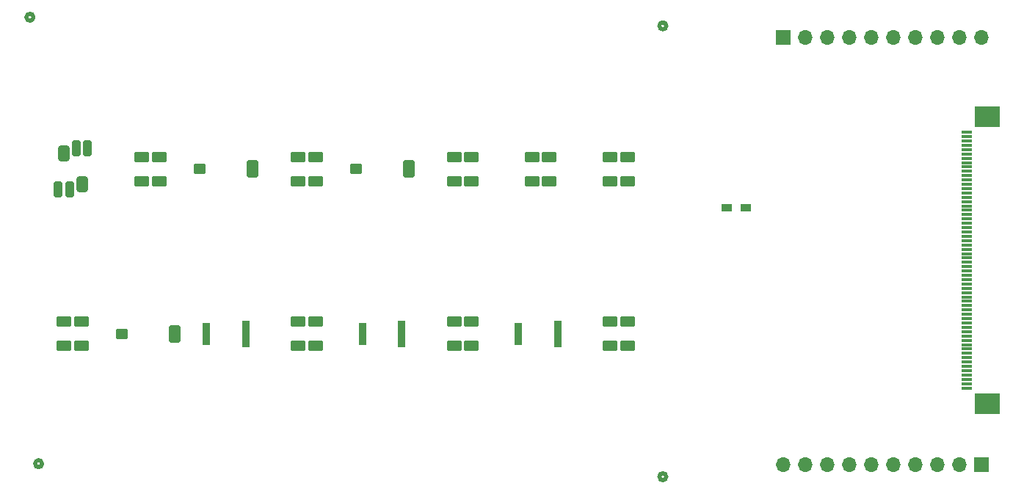
<source format=gts>
G04 #@! TF.GenerationSoftware,KiCad,Pcbnew,(6.0.1-0)*
G04 #@! TF.CreationDate,2022-03-09T19:17:37+09:00*
G04 #@! TF.ProjectId,photo-single,70686f74-6f2d-4736-996e-676c652e6b69,rev?*
G04 #@! TF.SameCoordinates,Original*
G04 #@! TF.FileFunction,Soldermask,Top*
G04 #@! TF.FilePolarity,Negative*
%FSLAX46Y46*%
G04 Gerber Fmt 4.6, Leading zero omitted, Abs format (unit mm)*
G04 Created by KiCad (PCBNEW (6.0.1-0)) date 2022-03-09 19:17:37*
%MOMM*%
%LPD*%
G01*
G04 APERTURE LIST*
G04 Aperture macros list*
%AMRoundRect*
0 Rectangle with rounded corners*
0 $1 Rounding radius*
0 $2 $3 $4 $5 $6 $7 $8 $9 X,Y pos of 4 corners*
0 Add a 4 corners polygon primitive as box body*
4,1,4,$2,$3,$4,$5,$6,$7,$8,$9,$2,$3,0*
0 Add four circle primitives for the rounded corners*
1,1,$1+$1,$2,$3*
1,1,$1+$1,$4,$5*
1,1,$1+$1,$6,$7*
1,1,$1+$1,$8,$9*
0 Add four rect primitives between the rounded corners*
20,1,$1+$1,$2,$3,$4,$5,0*
20,1,$1+$1,$4,$5,$6,$7,0*
20,1,$1+$1,$6,$7,$8,$9,0*
20,1,$1+$1,$8,$9,$2,$3,0*%
G04 Aperture macros list end*
%ADD10C,0.475000*%
%ADD11RoundRect,0.250000X-0.625000X0.375000X-0.625000X-0.375000X0.625000X-0.375000X0.625000X0.375000X0*%
%ADD12RoundRect,0.280000X0.420000X0.720000X-0.420000X0.720000X-0.420000X-0.720000X0.420000X-0.720000X0*%
%ADD13RoundRect,0.240000X0.460000X0.360000X-0.460000X0.360000X-0.460000X-0.360000X0.460000X-0.360000X0*%
%ADD14RoundRect,0.260000X0.390000X-0.640000X0.390000X0.640000X-0.390000X0.640000X-0.390000X-0.640000X0*%
%ADD15RoundRect,0.200000X0.300000X-0.700000X0.300000X0.700000X-0.300000X0.700000X-0.300000X-0.700000X0*%
%ADD16RoundRect,0.260000X-0.390000X0.640000X-0.390000X-0.640000X0.390000X-0.640000X0.390000X0.640000X0*%
%ADD17RoundRect,0.200000X-0.300000X0.700000X-0.300000X-0.700000X0.300000X-0.700000X0.300000X0.700000X0*%
%ADD18RoundRect,0.250000X0.625000X-0.375000X0.625000X0.375000X-0.625000X0.375000X-0.625000X-0.375000X0*%
%ADD19RoundRect,0.180000X0.270000X1.370000X-0.270000X1.370000X-0.270000X-1.370000X0.270000X-1.370000X0*%
%ADD20RoundRect,0.180000X0.270000X1.120000X-0.270000X1.120000X-0.270000X-1.120000X0.270000X-1.120000X0*%
%ADD21R,1.700000X1.700000*%
%ADD22O,1.700000X1.700000*%
%ADD23R,1.250000X0.300000*%
%ADD24R,3.000000X2.400000*%
%ADD25R,1.200000X0.900000*%
G04 APERTURE END LIST*
D10*
X167400000Y-74000000D02*
G75*
G03*
X167400000Y-74000000I-400000J0D01*
G01*
X95400000Y-124500000D02*
G75*
G03*
X95400000Y-124500000I-400000J0D01*
G01*
X167400000Y-126000000D02*
G75*
G03*
X167400000Y-126000000I-400000J0D01*
G01*
X94400000Y-73000000D02*
G75*
G03*
X94400000Y-73000000I-400000J0D01*
G01*
D11*
X160921211Y-89102066D03*
X160921211Y-91902066D03*
X153921211Y-89102066D03*
X153921211Y-91902066D03*
X151921211Y-89102066D03*
X151921211Y-91902066D03*
X144921211Y-89102066D03*
X144921211Y-91902066D03*
X142921211Y-89102066D03*
X142921211Y-91902066D03*
D12*
X137671211Y-90502066D03*
D13*
X131571211Y-90502066D03*
D11*
X126921211Y-89102066D03*
X126921211Y-91902066D03*
X124921211Y-89102066D03*
X124921211Y-91902066D03*
D12*
X119671211Y-90502066D03*
D13*
X113571211Y-90502066D03*
D11*
X108921211Y-89102066D03*
X108921211Y-91902066D03*
X106921211Y-89102066D03*
X106921211Y-91902066D03*
D14*
X100000000Y-92300000D03*
D15*
X100650000Y-88100000D03*
X99350000Y-88100000D03*
D16*
X97900000Y-88700000D03*
D17*
X97250000Y-92900000D03*
X98550000Y-92900000D03*
D18*
X124921211Y-110901633D03*
X124921211Y-108101633D03*
D19*
X118886211Y-109501633D03*
D20*
X114356211Y-109501633D03*
D12*
X110671211Y-109501633D03*
D13*
X104571211Y-109501633D03*
D18*
X99921211Y-110901633D03*
X99921211Y-108101633D03*
X160921211Y-110901633D03*
X160921211Y-108101633D03*
X126921211Y-110901633D03*
X126921211Y-108101633D03*
D19*
X136886211Y-109501633D03*
D20*
X132356211Y-109501633D03*
D18*
X142921211Y-110901633D03*
X142921211Y-108101633D03*
X144921211Y-110901633D03*
X144921211Y-108101633D03*
D19*
X154886211Y-109501633D03*
D20*
X150356211Y-109501633D03*
D11*
X162921211Y-89102066D03*
X162921211Y-91902066D03*
D21*
X180905000Y-75372000D03*
D22*
X183445000Y-75372000D03*
X185985000Y-75372000D03*
X188525000Y-75372000D03*
X191065000Y-75372000D03*
X193605000Y-75372000D03*
X196145000Y-75372000D03*
X198685000Y-75372000D03*
X201225000Y-75372000D03*
X203765000Y-75372000D03*
D21*
X203765000Y-124628000D03*
D22*
X201225000Y-124628000D03*
X198685000Y-124628000D03*
X196145000Y-124628000D03*
X193605000Y-124628000D03*
X191065000Y-124628000D03*
X188525000Y-124628000D03*
X185985000Y-124628000D03*
X183445000Y-124628000D03*
X180905000Y-124628000D03*
D18*
X162921211Y-110901633D03*
X162921211Y-108101633D03*
D23*
X202074000Y-115770000D03*
X202074000Y-115270000D03*
X202074000Y-114770000D03*
X202074000Y-114270000D03*
X202074000Y-113770000D03*
X202074000Y-113270000D03*
X202074000Y-112770000D03*
X202074000Y-112270000D03*
X202074000Y-111770000D03*
X202074000Y-111270000D03*
X202074000Y-110770000D03*
X202074000Y-110270000D03*
X202074000Y-109770000D03*
X202074000Y-109270000D03*
X202074000Y-108770000D03*
X202074000Y-108270000D03*
X202074000Y-107770000D03*
X202074000Y-107270000D03*
X202074000Y-106770000D03*
X202074000Y-106270000D03*
X202074000Y-105770000D03*
X202074000Y-105270000D03*
X202074000Y-104770000D03*
X202074000Y-104270000D03*
X202074000Y-103770000D03*
X202074000Y-103270000D03*
X202074000Y-102770000D03*
X202074000Y-102270000D03*
X202074000Y-101770000D03*
X202074000Y-101270000D03*
X202074000Y-100770000D03*
X202074000Y-100270000D03*
X202074000Y-99770000D03*
X202074000Y-99270000D03*
X202074000Y-98770000D03*
X202074000Y-98270000D03*
X202074000Y-97770000D03*
X202074000Y-97270000D03*
X202074000Y-96770000D03*
X202074000Y-96270000D03*
X202074000Y-95770000D03*
X202074000Y-95270000D03*
X202074000Y-94770000D03*
X202074000Y-94270000D03*
X202074000Y-93770000D03*
X202074000Y-93270000D03*
X202074000Y-92770000D03*
X202074000Y-92270000D03*
X202074000Y-91770000D03*
X202074000Y-91270000D03*
X202074000Y-90770000D03*
X202074000Y-90270000D03*
X202074000Y-89770000D03*
X202074000Y-89270000D03*
X202074000Y-88770000D03*
X202074000Y-88270000D03*
X202074000Y-87770000D03*
X202074000Y-87270000D03*
X202074000Y-86770000D03*
X202074000Y-86270000D03*
D24*
X204399000Y-117570000D03*
X204399000Y-84470000D03*
D25*
X174400000Y-95000000D03*
X176600000Y-95000000D03*
D18*
X97921211Y-110901633D03*
X97921211Y-108101633D03*
M02*

</source>
